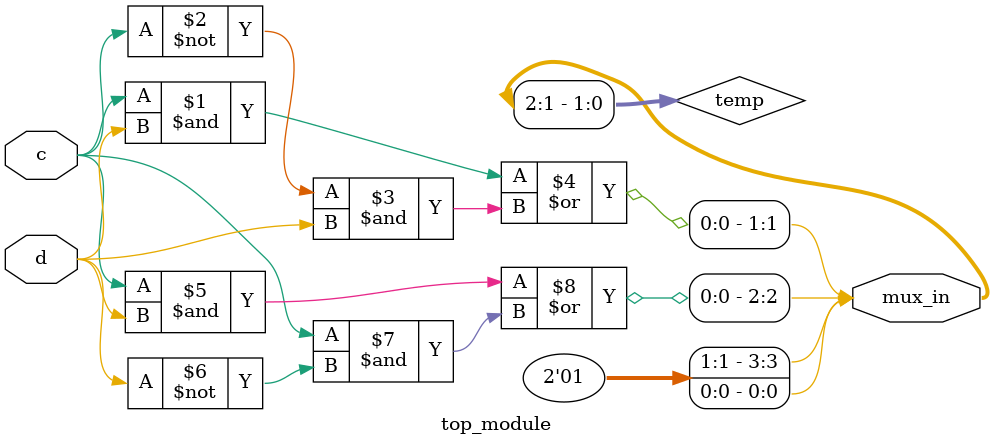
<source format=sv>
module top_module (
    input c,
    input d,
    output [3:0] mux_in
);

    wire [1:0] temp;

    // Implement the Karnaugh map using 2-to-1 multiplexers
    assign temp[0] = (c & d) | (~c & d);
    assign temp[1] = (c & d) | (c & ~d);

    // Connect the 2-to-1 mux outputs to the 4-to-1 mux inputs
    assign mux_in[0] = 1'b1;
    assign mux_in[1] = temp[0];
    assign mux_in[2] = temp[1];
    assign mux_in[3] = 1'b0;

endmodule

</source>
